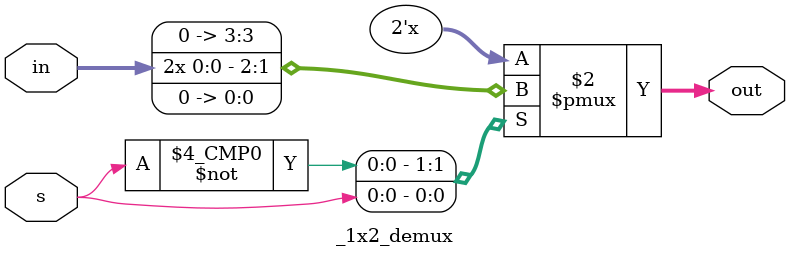
<source format=v>
module _1x2_demux(
    input in,s,
    output reg [1:0]out
);
always @(*) begin
    case(s)
        0:out={1'b0,in};
        1:out={in,1'b0};
    endcase
end
endmodule

</source>
